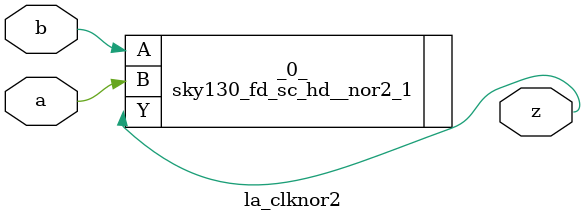
<source format=v>
/* Generated by Yosys 0.37 (git sha1 a5c7f69ed, clang 14.0.0-1ubuntu1.1 -fPIC -Os) */

module la_clknor2(a, b, z);
  input a;
  wire a;
  input b;
  wire b;
  output z;
  wire z;
  sky130_fd_sc_hd__nor2_1 _0_ (
    .A(b),
    .B(a),
    .Y(z)
  );
endmodule

</source>
